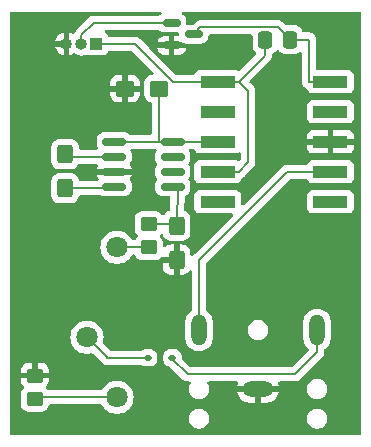
<source format=gbr>
%TF.GenerationSoftware,KiCad,Pcbnew,8.0.4-1.fc40*%
%TF.CreationDate,2024-08-27T20:57:41+02:00*%
%TF.ProjectId,ATU100 Alc interface,41545531-3030-4204-916c-6320696e7465,rev?*%
%TF.SameCoordinates,Original*%
%TF.FileFunction,Copper,L1,Top*%
%TF.FilePolarity,Positive*%
%FSLAX46Y46*%
G04 Gerber Fmt 4.6, Leading zero omitted, Abs format (unit mm)*
G04 Created by KiCad (PCBNEW 8.0.4-1.fc40) date 2024-08-27 20:57:41*
%MOMM*%
%LPD*%
G01*
G04 APERTURE LIST*
G04 Aperture macros list*
%AMRoundRect*
0 Rectangle with rounded corners*
0 $1 Rounding radius*
0 $2 $3 $4 $5 $6 $7 $8 $9 X,Y pos of 4 corners*
0 Add a 4 corners polygon primitive as box body*
4,1,4,$2,$3,$4,$5,$6,$7,$8,$9,$2,$3,0*
0 Add four circle primitives for the rounded corners*
1,1,$1+$1,$2,$3*
1,1,$1+$1,$4,$5*
1,1,$1+$1,$6,$7*
1,1,$1+$1,$8,$9*
0 Add four rect primitives between the rounded corners*
20,1,$1+$1,$2,$3,$4,$5,0*
20,1,$1+$1,$4,$5,$6,$7,0*
20,1,$1+$1,$6,$7,$8,$9,0*
20,1,$1+$1,$8,$9,$2,$3,0*%
G04 Aperture macros list end*
%TA.AperFunction,Conductor*%
%ADD10C,0.200000*%
%TD*%
%TA.AperFunction,SMDPad,CuDef*%
%ADD11RoundRect,0.250000X-0.425000X0.537500X-0.425000X-0.537500X0.425000X-0.537500X0.425000X0.537500X0*%
%TD*%
%TA.AperFunction,SMDPad,CuDef*%
%ADD12RoundRect,0.250000X-0.337500X-0.475000X0.337500X-0.475000X0.337500X0.475000X-0.337500X0.475000X0*%
%TD*%
%TA.AperFunction,SMDPad,CuDef*%
%ADD13RoundRect,0.250000X0.450000X-0.350000X0.450000X0.350000X-0.450000X0.350000X-0.450000X-0.350000X0*%
%TD*%
%TA.AperFunction,SMDPad,CuDef*%
%ADD14RoundRect,0.250000X0.537500X0.425000X-0.537500X0.425000X-0.537500X-0.425000X0.537500X-0.425000X0*%
%TD*%
%TA.AperFunction,SMDPad,CuDef*%
%ADD15RoundRect,0.112500X-0.187500X-0.112500X0.187500X-0.112500X0.187500X0.112500X-0.187500X0.112500X0*%
%TD*%
%TA.AperFunction,ComponentPad*%
%ADD16O,2.616000X1.308000*%
%TD*%
%TA.AperFunction,ComponentPad*%
%ADD17O,1.308000X2.616000*%
%TD*%
%TA.AperFunction,SMDPad,CuDef*%
%ADD18R,3.000000X1.000000*%
%TD*%
%TA.AperFunction,ComponentPad*%
%ADD19R,1.000000X1.000000*%
%TD*%
%TA.AperFunction,ComponentPad*%
%ADD20O,1.000000X1.000000*%
%TD*%
%TA.AperFunction,SMDPad,CuDef*%
%ADD21RoundRect,0.150000X-0.587500X-0.150000X0.587500X-0.150000X0.587500X0.150000X-0.587500X0.150000X0*%
%TD*%
%TA.AperFunction,SMDPad,CuDef*%
%ADD22RoundRect,0.250000X0.425000X-0.537500X0.425000X0.537500X-0.425000X0.537500X-0.425000X-0.537500X0*%
%TD*%
%TA.AperFunction,SMDPad,CuDef*%
%ADD23RoundRect,0.150000X-0.825000X-0.150000X0.825000X-0.150000X0.825000X0.150000X-0.825000X0.150000X0*%
%TD*%
%TA.AperFunction,ComponentPad*%
%ADD24C,1.800000*%
%TD*%
%TA.AperFunction,SMDPad,CuDef*%
%ADD25RoundRect,0.250000X-0.450000X0.350000X-0.450000X-0.350000X0.450000X-0.350000X0.450000X0.350000X0*%
%TD*%
%TA.AperFunction,ViaPad*%
%ADD26C,0.600000*%
%TD*%
G04 APERTURE END LIST*
D10*
%TO.N,Net-(U1-BOOST)*%
X96400000Y-107800000D02*
X100100000Y-107800000D01*
%TO.N,Net-(Q1-D)*%
X107812500Y-99150000D02*
X106162500Y-99150000D01*
%TO.N,Net-(J1-Pin_1)*%
X104050000Y-100500000D02*
X104050000Y-99150000D01*
%TO.N,Net-(Q1-D)*%
X107812500Y-99150000D02*
X107800000Y-102700000D01*
%TO.N,Net-(D1-K)*%
X94100000Y-126100000D02*
X90700000Y-126100000D01*
%TO.N,Net-(U1-VOUT)*%
X96700000Y-111600000D02*
X96650000Y-114750000D01*
%TD*%
D11*
%TO.P,C2,1*%
%TO.N,Net-(U1-CAP+)*%
X87175000Y-108867500D03*
%TO.P,C2,2*%
%TO.N,Net-(U1-CAP-)*%
X87175000Y-111742500D03*
%TD*%
D12*
%TO.P,C1,1*%
%TO.N,Net-(J1-Pin_1)*%
X104125000Y-99150000D03*
%TO.P,C1,2*%
%TO.N,Net-(Q1-D)*%
X106200000Y-99150000D03*
%TD*%
D13*
%TO.P,R1,1*%
%TO.N,Net-(R1-Pad1)*%
X84600000Y-129600000D03*
%TO.P,R1,2*%
%TO.N,GND*%
X84600000Y-127600000D03*
%TD*%
D14*
%TO.P,C3,1*%
%TO.N,Net-(U1-BOOST)*%
X95112500Y-103305000D03*
%TO.P,C3,2*%
%TO.N,GND*%
X92237500Y-103305000D03*
%TD*%
D15*
%TO.P,D1,1,K*%
%TO.N,Net-(D1-K)*%
X94150000Y-126100000D03*
%TO.P,D1,2,A*%
%TO.N,Net-(D1-A)*%
X96250000Y-126100000D03*
%TD*%
D16*
%TO.P,J2,1*%
%TO.N,GND*%
X103500000Y-128750000D03*
D17*
%TO.P,J2,2*%
%TO.N,Net-(D1-A)*%
X108500000Y-123750000D03*
%TO.P,J2,3*%
%TO.N,Net-(J2-Pad3)*%
X98500000Y-123750000D03*
%TD*%
D18*
%TO.P,K1,1*%
%TO.N,Net-(J1-Pin_1)*%
X100070000Y-102720000D03*
%TO.P,K1,2*%
%TO.N,unconnected-(K1-Pad2)*%
X100070000Y-105260000D03*
%TO.P,K1,3*%
%TO.N,Net-(U1-BOOST)*%
X100070000Y-107800000D03*
%TO.P,K1,4*%
%TO.N,Net-(J1-Pin_1)*%
X100070000Y-110340000D03*
%TO.P,K1,5*%
%TO.N,N/C*%
X100070000Y-112880000D03*
%TO.P,K1,6*%
X109630000Y-112880000D03*
%TO.P,K1,7*%
%TO.N,Net-(J2-Pad3)*%
X109630000Y-110340000D03*
%TO.P,K1,8*%
%TO.N,GND*%
X109630000Y-107800000D03*
%TO.P,K1,9*%
%TO.N,unconnected-(K1-Pad9)*%
X109630000Y-105260000D03*
%TO.P,K1,10*%
%TO.N,Net-(Q1-D)*%
X109630000Y-102720000D03*
%TD*%
D19*
%TO.P,J1,1,Pin_1*%
%TO.N,Net-(J1-Pin_1)*%
X89820000Y-99500000D03*
D20*
%TO.P,J1,2,Pin_2*%
%TO.N,Net-(J1-Pin_2)*%
X88550000Y-99500000D03*
%TO.P,J1,3,Pin_3*%
%TO.N,GND*%
X87280000Y-99500000D03*
%TD*%
D21*
%TO.P,Q1,1,G*%
%TO.N,Net-(J1-Pin_2)*%
X96175000Y-97750000D03*
%TO.P,Q1,2,S*%
%TO.N,GND*%
X96175000Y-99650000D03*
%TO.P,Q1,3,D*%
%TO.N,Net-(Q1-D)*%
X98050000Y-98700000D03*
%TD*%
D22*
%TO.P,C4,1*%
%TO.N,GND*%
X96600000Y-117787500D03*
%TO.P,C4,2*%
%TO.N,Net-(U1-VOUT)*%
X96600000Y-114912500D03*
%TD*%
D23*
%TO.P,U1,1,BOOST*%
%TO.N,Net-(U1-BOOST)*%
X91325000Y-107795000D03*
%TO.P,U1,2,CAP+*%
%TO.N,Net-(U1-CAP+)*%
X91325000Y-109065000D03*
%TO.P,U1,3,GND*%
%TO.N,GND*%
X91325000Y-110335000D03*
%TO.P,U1,4,CAP-*%
%TO.N,Net-(U1-CAP-)*%
X91325000Y-111605000D03*
%TO.P,U1,5,VOUT*%
%TO.N,Net-(U1-VOUT)*%
X96275000Y-111605000D03*
%TO.P,U1,6,LV*%
%TO.N,unconnected-(U1-LV-Pad6)*%
X96275000Y-110335000D03*
%TO.P,U1,7,OSC*%
%TO.N,unconnected-(U1-OSC-Pad7)*%
X96275000Y-109065000D03*
%TO.P,U1,8,V+*%
%TO.N,Net-(U1-BOOST)*%
X96275000Y-107795000D03*
%TD*%
D24*
%TO.P,RV1,1,1*%
%TO.N,Net-(R2-Pad2)*%
X91550000Y-116750000D03*
%TO.P,RV1,2,2*%
%TO.N,Net-(D1-K)*%
X89010000Y-124370000D03*
%TO.P,RV1,3,3*%
%TO.N,Net-(R1-Pad1)*%
X91550000Y-129450000D03*
%TD*%
D25*
%TO.P,R2,1*%
%TO.N,Net-(U1-VOUT)*%
X94250000Y-114750000D03*
%TO.P,R2,2*%
%TO.N,Net-(R2-Pad2)*%
X94250000Y-116750000D03*
%TD*%
D26*
%TO.N,GND*%
X86200000Y-132050000D03*
X94950000Y-132100000D03*
X96750000Y-101200000D03*
X110950000Y-132100000D03*
X92650000Y-101200000D03*
%TD*%
D10*
%TO.N,Net-(Q1-D)*%
X105175000Y-98125000D02*
X98625000Y-98125000D01*
X98625000Y-98125000D02*
X98050000Y-98700000D01*
X109630000Y-102720000D02*
X107828000Y-102720000D01*
X106200000Y-99150000D02*
X105175000Y-98125000D01*
%TO.N,Net-(J1-Pin_1)*%
X89820000Y-99500000D02*
X93054744Y-99500000D01*
X104055000Y-100535000D02*
X101870000Y-102720000D01*
X93054744Y-99500000D02*
X96274744Y-102720000D01*
X96274744Y-102720000D02*
X100070000Y-102720000D01*
X101872000Y-110340000D02*
X102673000Y-109538000D01*
X102673000Y-103523000D02*
X102673000Y-109538000D01*
X101870000Y-102720000D02*
X102673000Y-103523000D01*
X100070000Y-110340000D02*
X101872000Y-110340000D01*
X100070000Y-102720000D02*
X101870000Y-102720000D01*
%TO.N,Net-(U1-CAP-)*%
X87175500Y-111743000D02*
X87175000Y-111742500D01*
X91325000Y-111605000D02*
X91187500Y-111743000D01*
X91187500Y-111743000D02*
X87175500Y-111743000D01*
X87175500Y-111743000D02*
X87175000Y-111743000D01*
%TO.N,Net-(U1-CAP+)*%
X87175000Y-108867500D02*
X87175200Y-108867300D01*
X91325000Y-109065000D02*
X87372500Y-109065000D01*
X87372500Y-109065000D02*
X87175200Y-108867300D01*
%TO.N,Net-(U1-BOOST)*%
X95112500Y-107795000D02*
X91325000Y-107795000D01*
X95112500Y-107795000D02*
X95112500Y-103305000D01*
X97215000Y-107795000D02*
X96275000Y-107795000D01*
X95112500Y-107795000D02*
X96275000Y-107795000D01*
%TO.N,Net-(U1-VOUT)*%
X96437500Y-114750000D02*
X96600000Y-114912500D01*
X94250000Y-114750000D02*
X96437500Y-114750000D01*
%TO.N,Net-(J1-Pin_2)*%
X88550000Y-98792894D02*
X89592894Y-97750000D01*
X89592894Y-97750000D02*
X96175000Y-97750000D01*
X88550000Y-99500000D02*
X88550000Y-98792894D01*
%TO.N,Net-(R1-Pad1)*%
X91550000Y-129450000D02*
X84750000Y-129450000D01*
X84750000Y-129450000D02*
X84600000Y-129600000D01*
%TO.N,Net-(R2-Pad2)*%
X91550000Y-116750000D02*
X91450000Y-116650000D01*
X94250000Y-116750000D02*
X91550000Y-116750000D01*
%TO.N,GND*%
X84600000Y-127078000D02*
X84600000Y-127600000D01*
%TO.N,Net-(D1-K)*%
X90763200Y-126123000D02*
X89010000Y-124370000D01*
%TO.N,Net-(D1-A)*%
X108500000Y-125600000D02*
X108500000Y-124650000D01*
X96250000Y-126200000D02*
X97550000Y-127500000D01*
X106600000Y-127500000D02*
X108500000Y-125600000D01*
X96250000Y-126100000D02*
X96250000Y-126200000D01*
X97550000Y-127500000D02*
X106600000Y-127500000D01*
%TO.N,Net-(J2-Pad3)*%
X109630000Y-110340000D02*
X105960000Y-110340000D01*
X98500000Y-123850000D02*
X98500000Y-123650000D01*
X105960000Y-110340000D02*
X98500000Y-117800000D01*
X98500000Y-117800000D02*
X98500000Y-124650000D01*
%TD*%
%TA.AperFunction,Conductor*%
%TO.N,GND*%
G36*
X95275260Y-96820185D02*
G01*
X95321015Y-96872989D01*
X95330959Y-96942147D01*
X95301934Y-97005703D01*
X95271342Y-97031232D01*
X95185638Y-97081916D01*
X95185629Y-97081923D01*
X95154374Y-97113180D01*
X95093052Y-97146666D01*
X95066692Y-97149500D01*
X89679563Y-97149500D01*
X89679547Y-97149499D01*
X89671951Y-97149499D01*
X89513837Y-97149499D01*
X89399291Y-97180192D01*
X89361108Y-97190423D01*
X89350576Y-97196504D01*
X89347763Y-97198129D01*
X89347754Y-97198134D01*
X89347751Y-97198135D01*
X89224184Y-97269475D01*
X89224176Y-97269481D01*
X88069481Y-98424176D01*
X88069479Y-98424179D01*
X88029334Y-98493714D01*
X88029333Y-98493715D01*
X87990423Y-98561108D01*
X87990422Y-98561112D01*
X87987562Y-98571785D01*
X87951196Y-98631444D01*
X87888348Y-98661972D01*
X87818972Y-98653675D01*
X87809335Y-98649046D01*
X87664541Y-98571652D01*
X87530000Y-98530839D01*
X87530000Y-99290382D01*
X87479554Y-99239936D01*
X87405445Y-99197149D01*
X87322787Y-99175000D01*
X87237213Y-99175000D01*
X87154555Y-99197149D01*
X87080446Y-99239936D01*
X87019936Y-99300446D01*
X86977149Y-99374555D01*
X86955000Y-99457213D01*
X86955000Y-99542787D01*
X86977149Y-99625445D01*
X87019936Y-99699554D01*
X87080446Y-99760064D01*
X87154555Y-99802851D01*
X87237213Y-99825000D01*
X87322787Y-99825000D01*
X87405445Y-99802851D01*
X87479554Y-99760064D01*
X87530000Y-99709618D01*
X87530000Y-100469159D01*
X87664534Y-100428349D01*
X87838259Y-100335492D01*
X87843320Y-100332111D01*
X87844444Y-100333793D01*
X87900203Y-100310086D01*
X87969075Y-100321851D01*
X87986186Y-100332843D01*
X87986399Y-100332526D01*
X87991457Y-100335906D01*
X87991462Y-100335910D01*
X88129594Y-100409743D01*
X88163147Y-100427678D01*
X88165273Y-100428814D01*
X88353868Y-100486024D01*
X88550000Y-100505341D01*
X88746132Y-100486024D01*
X88934727Y-100428814D01*
X88936853Y-100427677D01*
X88938095Y-100427418D01*
X88940355Y-100426483D01*
X88940532Y-100426911D01*
X89005254Y-100413435D01*
X89069615Y-100437767D01*
X89077669Y-100443796D01*
X89088445Y-100447815D01*
X89212517Y-100494091D01*
X89212516Y-100494091D01*
X89219444Y-100494835D01*
X89272127Y-100500500D01*
X90367872Y-100500499D01*
X90427483Y-100494091D01*
X90562331Y-100443796D01*
X90677546Y-100357546D01*
X90763796Y-100242331D01*
X90769886Y-100226002D01*
X90786609Y-100181167D01*
X90828480Y-100125233D01*
X90893944Y-100100816D01*
X90902791Y-100100500D01*
X92754647Y-100100500D01*
X92821686Y-100120185D01*
X92842328Y-100136819D01*
X94623328Y-101917819D01*
X94656813Y-101979142D01*
X94651829Y-102048834D01*
X94609957Y-102104767D01*
X94544493Y-102129184D01*
X94535656Y-102129500D01*
X94525003Y-102129500D01*
X94524980Y-102129501D01*
X94422203Y-102140000D01*
X94422200Y-102140001D01*
X94255668Y-102195185D01*
X94255663Y-102195187D01*
X94106342Y-102287289D01*
X93982289Y-102411342D01*
X93890187Y-102560663D01*
X93890185Y-102560668D01*
X93862349Y-102644670D01*
X93835001Y-102727203D01*
X93835001Y-102727204D01*
X93835000Y-102727204D01*
X93824500Y-102829983D01*
X93824500Y-103780001D01*
X93824501Y-103780019D01*
X93835000Y-103882796D01*
X93835001Y-103882799D01*
X93890115Y-104049119D01*
X93890186Y-104049334D01*
X93982288Y-104198656D01*
X94106344Y-104322712D01*
X94255666Y-104414814D01*
X94403924Y-104463941D01*
X94427004Y-104471590D01*
X94484449Y-104511363D01*
X94511272Y-104575879D01*
X94512000Y-104589296D01*
X94512000Y-107070500D01*
X94492315Y-107137539D01*
X94439511Y-107183294D01*
X94388000Y-107194500D01*
X92670808Y-107194500D01*
X92603769Y-107174815D01*
X92583126Y-107158180D01*
X92551870Y-107126923D01*
X92551862Y-107126917D01*
X92435170Y-107057906D01*
X92410398Y-107043256D01*
X92410397Y-107043255D01*
X92410396Y-107043255D01*
X92410393Y-107043254D01*
X92252573Y-106997402D01*
X92252567Y-106997401D01*
X92215701Y-106994500D01*
X92215694Y-106994500D01*
X90434306Y-106994500D01*
X90434298Y-106994500D01*
X90397432Y-106997401D01*
X90397426Y-106997402D01*
X90239606Y-107043254D01*
X90239603Y-107043255D01*
X90098137Y-107126917D01*
X90098129Y-107126923D01*
X89981923Y-107243129D01*
X89981917Y-107243137D01*
X89898255Y-107384603D01*
X89898254Y-107384606D01*
X89852402Y-107542426D01*
X89852401Y-107542432D01*
X89849500Y-107579298D01*
X89849500Y-108010701D01*
X89852401Y-108047567D01*
X89852402Y-108047573D01*
X89898254Y-108205393D01*
X89898257Y-108205400D01*
X89940825Y-108277380D01*
X89958008Y-108345104D01*
X89935848Y-108411366D01*
X89881381Y-108455129D01*
X89834093Y-108464500D01*
X88474499Y-108464500D01*
X88407460Y-108444815D01*
X88361705Y-108392011D01*
X88350499Y-108340500D01*
X88350499Y-108279998D01*
X88350498Y-108279981D01*
X88339999Y-108177203D01*
X88339998Y-108177200D01*
X88297848Y-108050000D01*
X88284814Y-108010666D01*
X88192712Y-107861344D01*
X88068656Y-107737288D01*
X87919334Y-107645186D01*
X87752797Y-107590001D01*
X87752795Y-107590000D01*
X87650010Y-107579500D01*
X86699998Y-107579500D01*
X86699980Y-107579501D01*
X86597203Y-107590000D01*
X86597200Y-107590001D01*
X86430668Y-107645185D01*
X86430663Y-107645187D01*
X86281342Y-107737289D01*
X86157289Y-107861342D01*
X86065187Y-108010663D01*
X86065185Y-108010668D01*
X86052956Y-108047573D01*
X86010001Y-108177203D01*
X86010001Y-108177204D01*
X86010000Y-108177204D01*
X85999500Y-108279983D01*
X85999500Y-109455001D01*
X85999501Y-109455018D01*
X86010000Y-109557796D01*
X86010001Y-109557799D01*
X86065185Y-109724331D01*
X86065187Y-109724336D01*
X86070233Y-109732517D01*
X86157288Y-109873656D01*
X86281344Y-109997712D01*
X86430666Y-110089814D01*
X86597203Y-110144999D01*
X86699991Y-110155500D01*
X87650008Y-110155499D01*
X87650016Y-110155498D01*
X87650019Y-110155498D01*
X87706302Y-110149748D01*
X87752797Y-110144999D01*
X87919334Y-110089814D01*
X88068656Y-109997712D01*
X88192712Y-109873656D01*
X88284771Y-109724402D01*
X88336719Y-109677679D01*
X88390310Y-109665500D01*
X89834674Y-109665500D01*
X89901713Y-109685185D01*
X89947468Y-109737989D01*
X89957412Y-109807147D01*
X89941406Y-109852621D01*
X89898718Y-109924801D01*
X89852899Y-110082513D01*
X89852704Y-110084998D01*
X89852705Y-110085000D01*
X92797295Y-110085000D01*
X92797295Y-110084998D01*
X92797100Y-110082513D01*
X92751281Y-109924801D01*
X92667685Y-109783447D01*
X92662900Y-109777278D01*
X92665366Y-109775364D01*
X92638802Y-109726776D01*
X92643749Y-109657082D01*
X92664856Y-109624232D01*
X92663301Y-109623026D01*
X92668077Y-109616868D01*
X92668081Y-109616865D01*
X92751744Y-109475398D01*
X92797598Y-109317569D01*
X92800500Y-109280694D01*
X92800500Y-108849306D01*
X92797598Y-108812431D01*
X92794131Y-108800499D01*
X92757110Y-108673071D01*
X92751744Y-108654602D01*
X92742871Y-108639598D01*
X92709175Y-108582620D01*
X92691992Y-108514896D01*
X92714152Y-108448634D01*
X92768619Y-108404871D01*
X92815907Y-108395500D01*
X94784093Y-108395500D01*
X94851132Y-108415185D01*
X94896887Y-108467989D01*
X94906831Y-108537147D01*
X94890825Y-108582620D01*
X94848257Y-108654599D01*
X94848254Y-108654606D01*
X94802402Y-108812426D01*
X94802401Y-108812432D01*
X94799500Y-108849298D01*
X94799500Y-109280701D01*
X94802401Y-109317567D01*
X94802402Y-109317573D01*
X94848254Y-109475393D01*
X94848255Y-109475396D01*
X94848256Y-109475398D01*
X94884925Y-109537402D01*
X94931917Y-109616862D01*
X94936702Y-109623031D01*
X94934256Y-109624927D01*
X94960857Y-109673642D01*
X94955873Y-109743334D01*
X94935069Y-109775703D01*
X94936702Y-109776969D01*
X94931917Y-109783137D01*
X94848255Y-109924603D01*
X94848254Y-109924606D01*
X94802402Y-110082426D01*
X94802401Y-110082432D01*
X94799500Y-110119298D01*
X94799500Y-110550701D01*
X94802401Y-110587567D01*
X94802402Y-110587573D01*
X94848254Y-110745393D01*
X94848255Y-110745396D01*
X94848256Y-110745398D01*
X94859833Y-110764974D01*
X94931917Y-110886862D01*
X94936702Y-110893031D01*
X94934256Y-110894927D01*
X94960857Y-110943642D01*
X94955873Y-111013334D01*
X94935069Y-111045703D01*
X94936702Y-111046969D01*
X94931917Y-111053137D01*
X94848255Y-111194603D01*
X94848254Y-111194606D01*
X94802402Y-111352426D01*
X94802401Y-111352432D01*
X94799500Y-111389298D01*
X94799500Y-111820701D01*
X94802401Y-111857567D01*
X94802402Y-111857573D01*
X94848254Y-112015393D01*
X94848255Y-112015396D01*
X94848256Y-112015398D01*
X94885681Y-112078681D01*
X94931917Y-112156862D01*
X94931923Y-112156870D01*
X95048129Y-112273076D01*
X95048133Y-112273079D01*
X95048135Y-112273081D01*
X95189602Y-112356744D01*
X95231224Y-112368836D01*
X95347426Y-112402597D01*
X95347429Y-112402597D01*
X95347431Y-112402598D01*
X95384306Y-112405500D01*
X95960654Y-112405500D01*
X96027693Y-112425185D01*
X96073448Y-112477989D01*
X96084638Y-112531468D01*
X96068757Y-113531996D01*
X96048011Y-113598715D01*
X95994488Y-113643626D01*
X95983777Y-113647734D01*
X95855668Y-113690185D01*
X95855663Y-113690187D01*
X95706342Y-113782289D01*
X95582287Y-113906344D01*
X95535327Y-113982478D01*
X95483379Y-114029202D01*
X95414416Y-114040423D01*
X95350334Y-114012579D01*
X95324250Y-113982476D01*
X95292712Y-113931344D01*
X95168657Y-113807289D01*
X95168656Y-113807288D01*
X95019334Y-113715186D01*
X94852797Y-113660001D01*
X94852795Y-113660000D01*
X94750010Y-113649500D01*
X93749998Y-113649500D01*
X93749980Y-113649501D01*
X93647203Y-113660000D01*
X93647200Y-113660001D01*
X93480668Y-113715185D01*
X93480663Y-113715187D01*
X93331342Y-113807289D01*
X93207289Y-113931342D01*
X93115187Y-114080663D01*
X93115185Y-114080668D01*
X93092377Y-114149500D01*
X93060001Y-114247203D01*
X93060001Y-114247204D01*
X93060000Y-114247204D01*
X93049500Y-114349983D01*
X93049500Y-115150001D01*
X93049501Y-115150019D01*
X93060000Y-115252796D01*
X93060001Y-115252799D01*
X93104704Y-115387702D01*
X93115186Y-115419334D01*
X93164946Y-115500009D01*
X93207289Y-115568657D01*
X93300951Y-115662319D01*
X93334436Y-115723642D01*
X93329452Y-115793334D01*
X93300951Y-115837681D01*
X93207289Y-115931342D01*
X93207288Y-115931344D01*
X93138598Y-116042710D01*
X93111395Y-116086813D01*
X93109600Y-116085706D01*
X93070313Y-116130337D01*
X93004092Y-116149500D01*
X92896801Y-116149500D01*
X92829762Y-116129815D01*
X92787747Y-116084519D01*
X92785924Y-116081151D01*
X92658983Y-115886852D01*
X92658980Y-115886849D01*
X92658979Y-115886847D01*
X92501784Y-115716087D01*
X92501779Y-115716083D01*
X92501777Y-115716081D01*
X92318634Y-115573535D01*
X92318628Y-115573531D01*
X92114504Y-115463064D01*
X92114495Y-115463061D01*
X91894984Y-115387702D01*
X91723282Y-115359050D01*
X91666049Y-115349500D01*
X91433951Y-115349500D01*
X91388164Y-115357140D01*
X91205015Y-115387702D01*
X90985504Y-115463061D01*
X90985495Y-115463064D01*
X90781371Y-115573531D01*
X90781365Y-115573535D01*
X90598222Y-115716081D01*
X90598219Y-115716084D01*
X90441016Y-115886852D01*
X90314075Y-116081151D01*
X90220842Y-116293699D01*
X90163866Y-116518691D01*
X90163864Y-116518702D01*
X90144700Y-116749993D01*
X90144700Y-116750006D01*
X90163864Y-116981297D01*
X90163866Y-116981308D01*
X90220842Y-117206300D01*
X90314075Y-117418848D01*
X90441016Y-117613147D01*
X90441019Y-117613151D01*
X90441021Y-117613153D01*
X90598216Y-117783913D01*
X90598219Y-117783915D01*
X90598222Y-117783918D01*
X90781365Y-117926464D01*
X90781371Y-117926468D01*
X90781374Y-117926470D01*
X90985497Y-118036936D01*
X91099487Y-118076068D01*
X91205015Y-118112297D01*
X91205017Y-118112297D01*
X91205019Y-118112298D01*
X91433951Y-118150500D01*
X91433952Y-118150500D01*
X91666048Y-118150500D01*
X91666049Y-118150500D01*
X91894981Y-118112298D01*
X92114503Y-118036936D01*
X92318626Y-117926470D01*
X92501784Y-117783913D01*
X92658979Y-117613153D01*
X92785924Y-117418849D01*
X92785926Y-117418843D01*
X92787747Y-117415481D01*
X92836967Y-117365891D01*
X92896801Y-117350500D01*
X93004092Y-117350500D01*
X93071131Y-117370185D01*
X93109636Y-117414271D01*
X93111395Y-117413187D01*
X93115185Y-117419332D01*
X93115186Y-117419334D01*
X93207288Y-117568656D01*
X93331344Y-117692712D01*
X93480666Y-117784814D01*
X93647203Y-117839999D01*
X93749991Y-117850500D01*
X94750008Y-117850499D01*
X94750016Y-117850498D01*
X94750019Y-117850498D01*
X94806302Y-117844748D01*
X94852797Y-117839999D01*
X95019334Y-117784814D01*
X95168656Y-117692712D01*
X95287549Y-117573819D01*
X95348872Y-117540334D01*
X95375230Y-117537500D01*
X96350000Y-117537500D01*
X96350000Y-116500000D01*
X96850000Y-116500000D01*
X96850000Y-119074999D01*
X97074972Y-119074999D01*
X97074986Y-119074998D01*
X97177697Y-119064505D01*
X97344119Y-119009358D01*
X97344124Y-119009356D01*
X97493345Y-118917315D01*
X97617317Y-118793343D01*
X97669961Y-118707994D01*
X97721909Y-118661269D01*
X97790871Y-118650046D01*
X97854954Y-118677890D01*
X97893810Y-118735958D01*
X97899500Y-118773090D01*
X97899500Y-122042067D01*
X97879815Y-122109106D01*
X97848386Y-122142385D01*
X97747892Y-122215398D01*
X97619399Y-122343891D01*
X97619399Y-122343892D01*
X97619397Y-122343894D01*
X97573525Y-122407030D01*
X97512583Y-122490909D01*
X97430083Y-122652825D01*
X97430081Y-122652828D01*
X97373928Y-122825649D01*
X97373928Y-122825652D01*
X97373928Y-122825654D01*
X97345500Y-123005139D01*
X97345500Y-124494861D01*
X97346901Y-124503704D01*
X97373928Y-124674347D01*
X97373928Y-124674350D01*
X97430081Y-124847171D01*
X97430083Y-124847174D01*
X97512583Y-125009090D01*
X97619397Y-125156106D01*
X97747894Y-125284603D01*
X97894910Y-125391417D01*
X98056826Y-125473917D01*
X98056828Y-125473918D01*
X98201542Y-125520938D01*
X98229654Y-125530072D01*
X98409139Y-125558500D01*
X98409140Y-125558500D01*
X98590860Y-125558500D01*
X98590861Y-125558500D01*
X98770346Y-125530072D01*
X98770349Y-125530071D01*
X98770350Y-125530071D01*
X98943171Y-125473918D01*
X98943171Y-125473917D01*
X98943174Y-125473917D01*
X99105090Y-125391417D01*
X99252106Y-125284603D01*
X99380603Y-125156106D01*
X99487417Y-125009090D01*
X99569917Y-124847174D01*
X99576699Y-124826300D01*
X99626071Y-124674350D01*
X99626071Y-124674349D01*
X99626072Y-124674346D01*
X99654500Y-124494861D01*
X99654500Y-123666228D01*
X102649500Y-123666228D01*
X102649500Y-123833771D01*
X102682182Y-123998074D01*
X102682184Y-123998082D01*
X102746295Y-124152860D01*
X102839373Y-124292162D01*
X102957837Y-124410626D01*
X103050494Y-124472537D01*
X103097137Y-124503703D01*
X103251918Y-124567816D01*
X103416228Y-124600499D01*
X103416232Y-124600500D01*
X103416233Y-124600500D01*
X103583768Y-124600500D01*
X103583769Y-124600499D01*
X103748082Y-124567816D01*
X103902863Y-124503703D01*
X104042162Y-124410626D01*
X104160626Y-124292162D01*
X104253703Y-124152863D01*
X104317816Y-123998082D01*
X104350500Y-123833767D01*
X104350500Y-123666233D01*
X104317816Y-123501918D01*
X104253703Y-123347137D01*
X104222537Y-123300494D01*
X104160626Y-123207837D01*
X104042162Y-123089373D01*
X103902860Y-122996295D01*
X103748082Y-122932184D01*
X103748074Y-122932182D01*
X103583771Y-122899500D01*
X103583767Y-122899500D01*
X103416233Y-122899500D01*
X103416228Y-122899500D01*
X103251925Y-122932182D01*
X103251917Y-122932184D01*
X103097139Y-122996295D01*
X102957837Y-123089373D01*
X102839373Y-123207837D01*
X102746295Y-123347139D01*
X102682184Y-123501917D01*
X102682182Y-123501925D01*
X102649500Y-123666228D01*
X99654500Y-123666228D01*
X99654500Y-123005139D01*
X99626072Y-122825654D01*
X99626071Y-122825650D01*
X99626071Y-122825649D01*
X99569918Y-122652828D01*
X99569916Y-122652825D01*
X99487416Y-122490909D01*
X99380603Y-122343894D01*
X99252106Y-122215397D01*
X99151613Y-122142384D01*
X99108949Y-122087054D01*
X99100500Y-122042067D01*
X99100500Y-118100097D01*
X99120185Y-118033058D01*
X99136819Y-118012416D01*
X104817100Y-112332135D01*
X107629500Y-112332135D01*
X107629500Y-113427870D01*
X107629501Y-113427876D01*
X107635908Y-113487483D01*
X107686202Y-113622328D01*
X107686206Y-113622335D01*
X107772452Y-113737544D01*
X107772455Y-113737547D01*
X107887664Y-113823793D01*
X107887671Y-113823797D01*
X108022517Y-113874091D01*
X108022516Y-113874091D01*
X108029444Y-113874835D01*
X108082127Y-113880500D01*
X111177872Y-113880499D01*
X111237483Y-113874091D01*
X111372331Y-113823796D01*
X111487546Y-113737546D01*
X111573796Y-113622331D01*
X111624091Y-113487483D01*
X111630500Y-113427873D01*
X111630499Y-112332128D01*
X111624091Y-112272517D01*
X111573796Y-112137669D01*
X111573795Y-112137668D01*
X111573793Y-112137664D01*
X111487547Y-112022455D01*
X111487544Y-112022452D01*
X111372335Y-111936206D01*
X111372328Y-111936202D01*
X111237482Y-111885908D01*
X111237483Y-111885908D01*
X111177883Y-111879501D01*
X111177881Y-111879500D01*
X111177873Y-111879500D01*
X111177864Y-111879500D01*
X108082129Y-111879500D01*
X108082123Y-111879501D01*
X108022516Y-111885908D01*
X107887671Y-111936202D01*
X107887664Y-111936206D01*
X107772455Y-112022452D01*
X107772452Y-112022455D01*
X107686206Y-112137664D01*
X107686202Y-112137671D01*
X107635908Y-112272517D01*
X107629728Y-112330008D01*
X107629501Y-112332123D01*
X107629500Y-112332135D01*
X104817100Y-112332135D01*
X106172416Y-110976819D01*
X106233739Y-110943334D01*
X106260097Y-110940500D01*
X107547209Y-110940500D01*
X107614248Y-110960185D01*
X107660003Y-111012989D01*
X107663391Y-111021167D01*
X107686202Y-111082328D01*
X107686206Y-111082335D01*
X107772452Y-111197544D01*
X107772455Y-111197547D01*
X107887664Y-111283793D01*
X107887671Y-111283797D01*
X108022517Y-111334091D01*
X108022516Y-111334091D01*
X108029444Y-111334835D01*
X108082127Y-111340500D01*
X111177872Y-111340499D01*
X111237483Y-111334091D01*
X111372331Y-111283796D01*
X111487546Y-111197546D01*
X111573796Y-111082331D01*
X111624091Y-110947483D01*
X111630500Y-110887873D01*
X111630499Y-109792128D01*
X111624091Y-109732517D01*
X111621817Y-109726421D01*
X111573797Y-109597671D01*
X111573793Y-109597664D01*
X111487547Y-109482455D01*
X111487544Y-109482452D01*
X111372335Y-109396206D01*
X111372328Y-109396202D01*
X111237482Y-109345908D01*
X111237483Y-109345908D01*
X111177883Y-109339501D01*
X111177881Y-109339500D01*
X111177873Y-109339500D01*
X111177864Y-109339500D01*
X108082129Y-109339500D01*
X108082123Y-109339501D01*
X108022516Y-109345908D01*
X107887671Y-109396202D01*
X107887664Y-109396206D01*
X107772455Y-109482452D01*
X107772452Y-109482455D01*
X107686206Y-109597664D01*
X107686202Y-109597671D01*
X107663391Y-109658833D01*
X107621520Y-109714767D01*
X107556056Y-109739184D01*
X107547209Y-109739500D01*
X105880943Y-109739500D01*
X105728214Y-109780423D01*
X105707944Y-109792127D01*
X105707941Y-109792128D01*
X105591290Y-109859475D01*
X105591282Y-109859481D01*
X102282180Y-113168584D01*
X102220857Y-113202069D01*
X102151165Y-113197085D01*
X102095232Y-113155213D01*
X102070815Y-113089749D01*
X102070499Y-113080903D01*
X102070499Y-112332129D01*
X102070498Y-112332123D01*
X102070497Y-112332116D01*
X102064091Y-112272517D01*
X102013796Y-112137669D01*
X102013795Y-112137668D01*
X102013793Y-112137664D01*
X101927547Y-112022455D01*
X101927544Y-112022452D01*
X101812335Y-111936206D01*
X101812328Y-111936202D01*
X101677482Y-111885908D01*
X101677483Y-111885908D01*
X101617883Y-111879501D01*
X101617881Y-111879500D01*
X101617873Y-111879500D01*
X101617864Y-111879500D01*
X98522129Y-111879500D01*
X98522123Y-111879501D01*
X98462516Y-111885908D01*
X98327671Y-111936202D01*
X98327664Y-111936206D01*
X98212455Y-112022452D01*
X98212452Y-112022455D01*
X98126206Y-112137664D01*
X98126202Y-112137671D01*
X98075908Y-112272517D01*
X98069728Y-112330008D01*
X98069501Y-112332123D01*
X98069500Y-112332135D01*
X98069500Y-113427870D01*
X98069501Y-113427876D01*
X98075908Y-113487483D01*
X98126202Y-113622328D01*
X98126206Y-113622335D01*
X98212452Y-113737544D01*
X98212455Y-113737547D01*
X98327664Y-113823793D01*
X98327671Y-113823797D01*
X98462517Y-113874091D01*
X98462516Y-113874091D01*
X98469444Y-113874835D01*
X98522127Y-113880500D01*
X101270902Y-113880499D01*
X101337941Y-113900184D01*
X101383696Y-113952987D01*
X101393640Y-114022146D01*
X101364615Y-114085702D01*
X101358583Y-114092180D01*
X98131286Y-117319478D01*
X98019481Y-117431282D01*
X98019475Y-117431290D01*
X98006385Y-117453963D01*
X97955818Y-117502178D01*
X97887211Y-117515400D01*
X97822346Y-117489432D01*
X97781818Y-117432517D01*
X97774999Y-117391962D01*
X97774999Y-117200028D01*
X97774998Y-117200012D01*
X97764505Y-117097302D01*
X97709358Y-116930880D01*
X97709356Y-116930875D01*
X97617315Y-116781654D01*
X97493345Y-116657684D01*
X97344124Y-116565643D01*
X97344119Y-116565641D01*
X97177697Y-116510494D01*
X97177690Y-116510493D01*
X97074986Y-116500000D01*
X96850000Y-116500000D01*
X96350000Y-116500000D01*
X96125029Y-116500000D01*
X96125012Y-116500001D01*
X96022302Y-116510494D01*
X95855880Y-116565641D01*
X95855875Y-116565643D01*
X95706654Y-116657684D01*
X95662180Y-116702159D01*
X95600857Y-116735644D01*
X95531165Y-116730660D01*
X95475232Y-116688788D01*
X95450815Y-116623324D01*
X95450499Y-116614478D01*
X95450499Y-116349998D01*
X95450498Y-116349981D01*
X95439999Y-116247203D01*
X95439998Y-116247200D01*
X95407623Y-116149500D01*
X95384814Y-116080666D01*
X95292712Y-115931344D01*
X95199049Y-115837681D01*
X95165564Y-115776358D01*
X95170548Y-115706666D01*
X95199048Y-115662320D01*
X95200261Y-115661107D01*
X95248937Y-115612430D01*
X95310258Y-115578946D01*
X95379949Y-115583930D01*
X95435883Y-115625801D01*
X95454323Y-115661107D01*
X95490186Y-115769334D01*
X95582288Y-115918656D01*
X95706344Y-116042712D01*
X95855666Y-116134814D01*
X96022203Y-116189999D01*
X96124991Y-116200500D01*
X97075008Y-116200499D01*
X97075016Y-116200498D01*
X97075019Y-116200498D01*
X97131302Y-116194748D01*
X97177797Y-116189999D01*
X97344334Y-116134814D01*
X97493656Y-116042712D01*
X97617712Y-115918656D01*
X97709814Y-115769334D01*
X97764999Y-115602797D01*
X97775500Y-115500009D01*
X97775499Y-114324992D01*
X97764999Y-114222203D01*
X97709814Y-114055666D01*
X97617712Y-113906344D01*
X97493656Y-113782288D01*
X97344334Y-113690186D01*
X97344332Y-113690185D01*
X97344330Y-113690184D01*
X97340817Y-113688546D01*
X97338811Y-113686780D01*
X97338187Y-113686395D01*
X97338252Y-113686288D01*
X97288378Y-113642374D01*
X97269226Y-113575180D01*
X97269236Y-113574358D01*
X97286796Y-112468083D01*
X97307542Y-112401366D01*
X97354447Y-112362007D01*
X97353683Y-112360715D01*
X97360398Y-112356744D01*
X97501865Y-112273081D01*
X97618081Y-112156865D01*
X97701744Y-112015398D01*
X97747598Y-111857569D01*
X97750500Y-111820694D01*
X97750500Y-111389306D01*
X97747598Y-111352431D01*
X97744131Y-111340499D01*
X97713836Y-111236224D01*
X97701744Y-111194602D01*
X97618081Y-111053135D01*
X97618078Y-111053132D01*
X97613298Y-111046969D01*
X97615750Y-111045066D01*
X97589155Y-110996421D01*
X97594104Y-110926726D01*
X97614940Y-110894304D01*
X97613298Y-110893031D01*
X97618075Y-110886870D01*
X97618081Y-110886865D01*
X97701744Y-110745398D01*
X97747598Y-110587569D01*
X97750500Y-110550694D01*
X97750500Y-110119306D01*
X97747598Y-110082431D01*
X97701744Y-109924602D01*
X97618081Y-109783135D01*
X97618078Y-109783132D01*
X97613298Y-109776969D01*
X97615750Y-109775066D01*
X97589155Y-109726421D01*
X97594104Y-109656726D01*
X97614940Y-109624304D01*
X97613298Y-109623031D01*
X97618075Y-109616870D01*
X97618081Y-109616865D01*
X97701744Y-109475398D01*
X97747598Y-109317569D01*
X97750500Y-109280694D01*
X97750500Y-108849306D01*
X97747598Y-108812431D01*
X97744131Y-108800499D01*
X97707110Y-108673071D01*
X97701744Y-108654602D01*
X97693641Y-108640901D01*
X97662132Y-108587620D01*
X97644949Y-108519896D01*
X97667109Y-108453634D01*
X97721576Y-108409871D01*
X97768864Y-108400500D01*
X97987209Y-108400500D01*
X98054248Y-108420185D01*
X98100003Y-108472989D01*
X98103391Y-108481167D01*
X98126202Y-108542328D01*
X98126206Y-108542335D01*
X98212452Y-108657544D01*
X98212455Y-108657547D01*
X98327664Y-108743793D01*
X98327671Y-108743797D01*
X98462517Y-108794091D01*
X98462516Y-108794091D01*
X98469444Y-108794835D01*
X98522127Y-108800500D01*
X101617872Y-108800499D01*
X101677483Y-108794091D01*
X101812331Y-108743796D01*
X101874190Y-108697488D01*
X101939652Y-108673071D01*
X102007925Y-108687922D01*
X102057331Y-108737326D01*
X102072500Y-108796755D01*
X102072500Y-109238166D01*
X102052815Y-109305205D01*
X102036235Y-109325793D01*
X101976185Y-109385917D01*
X101914883Y-109419440D01*
X101845188Y-109414498D01*
X101814143Y-109397559D01*
X101812337Y-109396207D01*
X101812328Y-109396202D01*
X101677482Y-109345908D01*
X101677483Y-109345908D01*
X101617883Y-109339501D01*
X101617881Y-109339500D01*
X101617873Y-109339500D01*
X101617864Y-109339500D01*
X98522129Y-109339500D01*
X98522123Y-109339501D01*
X98462516Y-109345908D01*
X98327671Y-109396202D01*
X98327664Y-109396206D01*
X98212455Y-109482452D01*
X98212452Y-109482455D01*
X98126206Y-109597664D01*
X98126202Y-109597671D01*
X98075908Y-109732517D01*
X98069501Y-109792116D01*
X98069500Y-109792127D01*
X98069500Y-110887870D01*
X98069501Y-110887876D01*
X98075908Y-110947483D01*
X98126202Y-111082328D01*
X98126206Y-111082335D01*
X98212452Y-111197544D01*
X98212455Y-111197547D01*
X98327664Y-111283793D01*
X98327671Y-111283797D01*
X98462517Y-111334091D01*
X98462516Y-111334091D01*
X98469444Y-111334835D01*
X98522127Y-111340500D01*
X101617872Y-111340499D01*
X101677483Y-111334091D01*
X101812331Y-111283796D01*
X101927546Y-111197546D01*
X102013796Y-111082331D01*
X102014061Y-111081622D01*
X102053149Y-110976819D01*
X102060368Y-110957463D01*
X102102238Y-110901530D01*
X102114467Y-110893457D01*
X102172142Y-110860110D01*
X102240716Y-110820520D01*
X102240722Y-110820513D01*
X102240898Y-110820379D01*
X102241008Y-110820293D01*
X102241016Y-110820289D01*
X102296260Y-110764975D01*
X102296261Y-110764974D01*
X102296272Y-110764985D01*
X102296315Y-110764919D01*
X102352520Y-110708716D01*
X102352520Y-110708715D01*
X102357947Y-110703289D01*
X102358500Y-110702657D01*
X103096903Y-109963332D01*
X103153520Y-109906716D01*
X103153523Y-109906709D01*
X103153566Y-109906655D01*
X103153746Y-109906418D01*
X103153749Y-109906416D01*
X103192802Y-109838674D01*
X103192861Y-109838618D01*
X103192842Y-109838607D01*
X103219683Y-109792116D01*
X103232577Y-109769784D01*
X103232579Y-109769775D01*
X103232621Y-109769675D01*
X103232715Y-109769444D01*
X103232721Y-109769436D01*
X103253043Y-109693403D01*
X103273500Y-109617057D01*
X103273500Y-109617041D01*
X103273544Y-109616698D01*
X103273549Y-109616683D01*
X103273500Y-109537402D01*
X103273500Y-108347844D01*
X107630000Y-108347844D01*
X107636401Y-108407372D01*
X107636403Y-108407379D01*
X107686645Y-108542086D01*
X107686649Y-108542093D01*
X107772809Y-108657187D01*
X107772812Y-108657190D01*
X107887906Y-108743350D01*
X107887913Y-108743354D01*
X108022620Y-108793596D01*
X108022627Y-108793598D01*
X108082155Y-108799999D01*
X108082172Y-108800000D01*
X109380000Y-108800000D01*
X109880000Y-108800000D01*
X111177828Y-108800000D01*
X111177844Y-108799999D01*
X111237372Y-108793598D01*
X111237379Y-108793596D01*
X111372086Y-108743354D01*
X111372093Y-108743350D01*
X111487187Y-108657190D01*
X111487190Y-108657187D01*
X111573350Y-108542093D01*
X111573354Y-108542086D01*
X111623596Y-108407379D01*
X111623598Y-108407372D01*
X111629999Y-108347844D01*
X111630000Y-108347827D01*
X111630000Y-108050000D01*
X109880000Y-108050000D01*
X109880000Y-108800000D01*
X109380000Y-108800000D01*
X109380000Y-108050000D01*
X107630000Y-108050000D01*
X107630000Y-108347844D01*
X103273500Y-108347844D01*
X103273500Y-107252155D01*
X107630000Y-107252155D01*
X107630000Y-107550000D01*
X109380000Y-107550000D01*
X109880000Y-107550000D01*
X111630000Y-107550000D01*
X111630000Y-107252172D01*
X111629999Y-107252155D01*
X111623598Y-107192627D01*
X111623596Y-107192620D01*
X111573354Y-107057913D01*
X111573350Y-107057906D01*
X111487190Y-106942812D01*
X111487187Y-106942809D01*
X111372093Y-106856649D01*
X111372086Y-106856645D01*
X111237379Y-106806403D01*
X111237372Y-106806401D01*
X111177844Y-106800000D01*
X109880000Y-106800000D01*
X109880000Y-107550000D01*
X109380000Y-107550000D01*
X109380000Y-106800000D01*
X108082155Y-106800000D01*
X108022627Y-106806401D01*
X108022620Y-106806403D01*
X107887913Y-106856645D01*
X107887906Y-106856649D01*
X107772812Y-106942809D01*
X107772809Y-106942812D01*
X107686649Y-107057906D01*
X107686645Y-107057913D01*
X107636403Y-107192620D01*
X107636401Y-107192627D01*
X107630000Y-107252155D01*
X103273500Y-107252155D01*
X103273500Y-104712135D01*
X107629500Y-104712135D01*
X107629500Y-105807870D01*
X107629501Y-105807876D01*
X107635908Y-105867483D01*
X107686202Y-106002328D01*
X107686206Y-106002335D01*
X107772452Y-106117544D01*
X107772455Y-106117547D01*
X107887664Y-106203793D01*
X107887671Y-106203797D01*
X108022517Y-106254091D01*
X108022516Y-106254091D01*
X108029444Y-106254835D01*
X108082127Y-106260500D01*
X111177872Y-106260499D01*
X111237483Y-106254091D01*
X111372331Y-106203796D01*
X111487546Y-106117546D01*
X111573796Y-106002331D01*
X111624091Y-105867483D01*
X111630500Y-105807873D01*
X111630499Y-104712128D01*
X111624091Y-104652517D01*
X111573796Y-104517669D01*
X111573795Y-104517668D01*
X111573793Y-104517664D01*
X111487547Y-104402455D01*
X111487544Y-104402452D01*
X111372335Y-104316206D01*
X111372328Y-104316202D01*
X111237482Y-104265908D01*
X111237483Y-104265908D01*
X111177883Y-104259501D01*
X111177881Y-104259500D01*
X111177873Y-104259500D01*
X111177864Y-104259500D01*
X108082129Y-104259500D01*
X108082123Y-104259501D01*
X108022516Y-104265908D01*
X107887671Y-104316202D01*
X107887664Y-104316206D01*
X107772455Y-104402452D01*
X107772452Y-104402455D01*
X107686206Y-104517664D01*
X107686202Y-104517671D01*
X107635908Y-104652517D01*
X107629501Y-104712116D01*
X107629501Y-104712123D01*
X107629500Y-104712135D01*
X103273500Y-104712135D01*
X103273500Y-103443943D01*
X103232577Y-103291216D01*
X103180214Y-103200520D01*
X103153524Y-103154290D01*
X103153521Y-103154286D01*
X103153520Y-103154284D01*
X103041716Y-103042480D01*
X103041715Y-103042479D01*
X103037385Y-103038149D01*
X103037374Y-103038139D01*
X102806916Y-102807681D01*
X102773431Y-102746358D01*
X102778415Y-102676666D01*
X102806916Y-102632319D01*
X103597860Y-101841375D01*
X104535520Y-100903716D01*
X104614577Y-100766784D01*
X104655501Y-100614057D01*
X104655501Y-100455942D01*
X104655501Y-100447815D01*
X104657270Y-100447815D01*
X104666489Y-100388655D01*
X104712863Y-100336394D01*
X104739663Y-100323787D01*
X104781834Y-100309814D01*
X104931156Y-100217712D01*
X105055212Y-100093656D01*
X105056961Y-100090819D01*
X105058669Y-100089283D01*
X105059693Y-100087989D01*
X105059914Y-100088163D01*
X105108906Y-100044096D01*
X105177868Y-100032872D01*
X105241951Y-100060713D01*
X105268037Y-100090817D01*
X105269788Y-100093656D01*
X105393844Y-100217712D01*
X105543166Y-100309814D01*
X105709703Y-100364999D01*
X105812491Y-100375500D01*
X106587508Y-100375499D01*
X106587516Y-100375498D01*
X106587519Y-100375498D01*
X106643802Y-100369748D01*
X106690297Y-100364999D01*
X106856834Y-100309814D01*
X107006156Y-100217712D01*
X107006159Y-100217709D01*
X107006982Y-100217059D01*
X107007652Y-100216788D01*
X107012303Y-100213920D01*
X107012793Y-100214714D01*
X107071777Y-100190917D01*
X107140419Y-100203955D01*
X107191115Y-100252035D01*
X107207894Y-100314760D01*
X107199224Y-102776940D01*
X107213237Y-102829983D01*
X107239610Y-102929812D01*
X107318185Y-103067022D01*
X107404834Y-103154284D01*
X107429594Y-103179219D01*
X107429599Y-103179223D01*
X107435744Y-103182799D01*
X107452651Y-103195818D01*
X107452839Y-103195574D01*
X107459280Y-103200516D01*
X107459284Y-103200520D01*
X107585426Y-103273347D01*
X107633641Y-103323913D01*
X107639608Y-103337401D01*
X107686202Y-103462328D01*
X107686206Y-103462335D01*
X107772452Y-103577544D01*
X107772455Y-103577547D01*
X107887664Y-103663793D01*
X107887671Y-103663797D01*
X108022517Y-103714091D01*
X108022516Y-103714091D01*
X108029444Y-103714835D01*
X108082127Y-103720500D01*
X111177872Y-103720499D01*
X111237483Y-103714091D01*
X111372331Y-103663796D01*
X111487546Y-103577546D01*
X111573796Y-103462331D01*
X111624091Y-103327483D01*
X111630500Y-103267873D01*
X111630499Y-102172128D01*
X111624091Y-102112517D01*
X111621200Y-102104767D01*
X111573797Y-101977671D01*
X111573793Y-101977664D01*
X111487547Y-101862455D01*
X111487544Y-101862452D01*
X111372335Y-101776206D01*
X111372328Y-101776202D01*
X111237482Y-101725908D01*
X111237483Y-101725908D01*
X111177883Y-101719501D01*
X111177881Y-101719500D01*
X111177873Y-101719500D01*
X111177865Y-101719500D01*
X108528393Y-101719500D01*
X108461354Y-101699815D01*
X108415599Y-101647011D01*
X108404394Y-101595063D01*
X108412690Y-99239105D01*
X108413000Y-99234512D01*
X108413000Y-99151309D01*
X108413001Y-99150872D01*
X108413126Y-99115273D01*
X108413275Y-99073058D01*
X108413274Y-99073057D01*
X108413275Y-99073044D01*
X108413185Y-99072359D01*
X108413125Y-99071891D01*
X108413007Y-99070972D01*
X108413000Y-99070945D01*
X108413000Y-99070943D01*
X108392833Y-98995680D01*
X108372890Y-98920188D01*
X108372889Y-98920187D01*
X108372883Y-98920162D01*
X108372615Y-98919515D01*
X108372433Y-98919074D01*
X108372092Y-98918243D01*
X108372077Y-98918217D01*
X108372077Y-98918216D01*
X108333079Y-98850670D01*
X108302911Y-98797989D01*
X108294303Y-98782956D01*
X108293742Y-98782225D01*
X108293505Y-98781915D01*
X108293037Y-98781301D01*
X108238212Y-98726476D01*
X108237904Y-98726167D01*
X108182889Y-98670763D01*
X108182413Y-98670398D01*
X108182083Y-98670143D01*
X108181252Y-98669500D01*
X108113855Y-98630589D01*
X108113652Y-98630471D01*
X108046253Y-98591243D01*
X108046251Y-98591242D01*
X108046218Y-98591223D01*
X108045414Y-98590890D01*
X108045011Y-98590722D01*
X108044319Y-98590432D01*
X107969013Y-98570254D01*
X107968677Y-98570163D01*
X107935356Y-98561109D01*
X107893643Y-98549774D01*
X107892957Y-98549684D01*
X107892521Y-98549626D01*
X107891590Y-98549500D01*
X107891557Y-98549500D01*
X107813774Y-98549500D01*
X107813337Y-98549499D01*
X107730122Y-98549205D01*
X107725502Y-98549500D01*
X107376085Y-98549500D01*
X107309046Y-98529815D01*
X107263291Y-98477011D01*
X107258379Y-98464504D01*
X107252957Y-98448141D01*
X107222314Y-98355666D01*
X107130212Y-98206344D01*
X107006156Y-98082288D01*
X106856834Y-97990186D01*
X106690297Y-97935001D01*
X106690295Y-97935000D01*
X106587516Y-97924500D01*
X106587509Y-97924500D01*
X105875097Y-97924500D01*
X105808058Y-97904815D01*
X105787416Y-97888181D01*
X105662590Y-97763355D01*
X105662588Y-97763352D01*
X105543717Y-97644481D01*
X105543716Y-97644480D01*
X105456904Y-97594360D01*
X105456904Y-97594359D01*
X105456900Y-97594358D01*
X105406785Y-97565423D01*
X105254057Y-97524499D01*
X105095943Y-97524499D01*
X105088347Y-97524499D01*
X105088331Y-97524500D01*
X98711670Y-97524500D01*
X98711654Y-97524499D01*
X98704058Y-97524499D01*
X98545943Y-97524499D01*
X98393215Y-97565423D01*
X98393213Y-97565423D01*
X98393213Y-97565424D01*
X98256281Y-97644482D01*
X98037583Y-97863181D01*
X97976260Y-97896666D01*
X97949902Y-97899500D01*
X97537000Y-97899500D01*
X97469961Y-97879815D01*
X97424206Y-97827011D01*
X97413000Y-97775500D01*
X97413000Y-97534313D01*
X97412999Y-97534298D01*
X97410098Y-97497432D01*
X97410097Y-97497426D01*
X97364245Y-97339606D01*
X97364244Y-97339603D01*
X97364244Y-97339602D01*
X97280581Y-97198135D01*
X97280580Y-97198134D01*
X97280576Y-97198129D01*
X97164370Y-97081923D01*
X97164361Y-97081916D01*
X97078658Y-97031232D01*
X97030975Y-96980163D01*
X97018471Y-96911421D01*
X97045116Y-96846832D01*
X97102452Y-96806902D01*
X97141779Y-96800500D01*
X112125500Y-96800500D01*
X112192539Y-96820185D01*
X112238294Y-96872989D01*
X112249500Y-96924500D01*
X112249500Y-132525500D01*
X112229815Y-132592539D01*
X112177011Y-132638294D01*
X112125500Y-132649500D01*
X82624500Y-132649500D01*
X82557461Y-132629815D01*
X82511706Y-132577011D01*
X82500500Y-132525500D01*
X82500500Y-131166228D01*
X97649500Y-131166228D01*
X97649500Y-131333771D01*
X97682182Y-131498074D01*
X97682184Y-131498082D01*
X97746295Y-131652860D01*
X97839373Y-131792162D01*
X97957837Y-131910626D01*
X98050494Y-131972537D01*
X98097137Y-132003703D01*
X98251918Y-132067816D01*
X98416228Y-132100499D01*
X98416232Y-132100500D01*
X98416233Y-132100500D01*
X98583768Y-132100500D01*
X98583769Y-132100499D01*
X98748082Y-132067816D01*
X98902863Y-132003703D01*
X99042162Y-131910626D01*
X99160626Y-131792162D01*
X99253703Y-131652863D01*
X99317816Y-131498082D01*
X99350500Y-131333767D01*
X99350500Y-131166233D01*
X99350499Y-131166228D01*
X107649500Y-131166228D01*
X107649500Y-131333771D01*
X107682182Y-131498074D01*
X107682184Y-131498082D01*
X107746295Y-131652860D01*
X107839373Y-131792162D01*
X107957837Y-131910626D01*
X108050494Y-131972537D01*
X108097137Y-132003703D01*
X108251918Y-132067816D01*
X108416228Y-132100499D01*
X108416232Y-132100500D01*
X108416233Y-132100500D01*
X108583768Y-132100500D01*
X108583769Y-132100499D01*
X108748082Y-132067816D01*
X108902863Y-132003703D01*
X109042162Y-131910626D01*
X109160626Y-131792162D01*
X109253703Y-131652863D01*
X109317816Y-131498082D01*
X109350500Y-131333767D01*
X109350500Y-131166233D01*
X109317816Y-131001918D01*
X109253703Y-130847137D01*
X109222537Y-130800494D01*
X109160626Y-130707837D01*
X109042162Y-130589373D01*
X108902860Y-130496295D01*
X108748082Y-130432184D01*
X108748074Y-130432182D01*
X108583771Y-130399500D01*
X108583767Y-130399500D01*
X108416233Y-130399500D01*
X108416228Y-130399500D01*
X108251925Y-130432182D01*
X108251917Y-130432184D01*
X108097139Y-130496295D01*
X107957837Y-130589373D01*
X107839373Y-130707837D01*
X107746295Y-130847139D01*
X107682184Y-131001917D01*
X107682182Y-131001925D01*
X107649500Y-131166228D01*
X99350499Y-131166228D01*
X99317816Y-131001918D01*
X99253703Y-130847137D01*
X99222537Y-130800494D01*
X99160626Y-130707837D01*
X99042162Y-130589373D01*
X98902860Y-130496295D01*
X98748082Y-130432184D01*
X98748074Y-130432182D01*
X98583771Y-130399500D01*
X98583767Y-130399500D01*
X98416233Y-130399500D01*
X98416228Y-130399500D01*
X98251925Y-130432182D01*
X98251917Y-130432184D01*
X98097139Y-130496295D01*
X97957837Y-130589373D01*
X97839373Y-130707837D01*
X97746295Y-130847139D01*
X97682184Y-131001917D01*
X97682182Y-131001925D01*
X97649500Y-131166228D01*
X82500500Y-131166228D01*
X82500500Y-129199983D01*
X83399500Y-129199983D01*
X83399500Y-130000001D01*
X83399501Y-130000019D01*
X83410000Y-130102796D01*
X83410001Y-130102799D01*
X83415320Y-130118849D01*
X83465186Y-130269334D01*
X83557288Y-130418656D01*
X83681344Y-130542712D01*
X83830666Y-130634814D01*
X83997203Y-130689999D01*
X84099991Y-130700500D01*
X85100008Y-130700499D01*
X85100016Y-130700498D01*
X85100019Y-130700498D01*
X85156302Y-130694748D01*
X85202797Y-130689999D01*
X85369334Y-130634814D01*
X85518656Y-130542712D01*
X85642712Y-130418656D01*
X85734814Y-130269334D01*
X85779164Y-130135494D01*
X85818936Y-130078051D01*
X85883451Y-130051228D01*
X85896869Y-130050500D01*
X90203199Y-130050500D01*
X90270238Y-130070185D01*
X90312253Y-130115481D01*
X90314075Y-130118848D01*
X90441016Y-130313147D01*
X90441019Y-130313151D01*
X90441021Y-130313153D01*
X90598216Y-130483913D01*
X90598219Y-130483915D01*
X90598222Y-130483918D01*
X90781365Y-130626464D01*
X90781371Y-130626468D01*
X90781374Y-130626470D01*
X90985497Y-130736936D01*
X91099487Y-130776068D01*
X91205015Y-130812297D01*
X91205017Y-130812297D01*
X91205019Y-130812298D01*
X91433951Y-130850500D01*
X91433952Y-130850500D01*
X91666048Y-130850500D01*
X91666049Y-130850500D01*
X91894981Y-130812298D01*
X92114503Y-130736936D01*
X92318626Y-130626470D01*
X92501784Y-130483913D01*
X92658979Y-130313153D01*
X92785924Y-130118849D01*
X92879157Y-129906300D01*
X92936134Y-129681305D01*
X92945538Y-129567815D01*
X92955300Y-129450006D01*
X92955300Y-129449993D01*
X92936135Y-129218702D01*
X92936133Y-129218691D01*
X92879157Y-128993699D01*
X92785924Y-128781151D01*
X92658983Y-128586852D01*
X92658980Y-128586849D01*
X92658979Y-128586847D01*
X92501784Y-128416087D01*
X92501779Y-128416083D01*
X92501777Y-128416081D01*
X92318634Y-128273535D01*
X92318628Y-128273531D01*
X92114504Y-128163064D01*
X92114495Y-128163061D01*
X91894984Y-128087702D01*
X91723282Y-128059050D01*
X91666049Y-128049500D01*
X91433951Y-128049500D01*
X91388164Y-128057140D01*
X91205015Y-128087702D01*
X90985504Y-128163061D01*
X90985495Y-128163064D01*
X90781371Y-128273531D01*
X90781365Y-128273535D01*
X90598222Y-128416081D01*
X90598219Y-128416084D01*
X90598216Y-128416086D01*
X90598216Y-128416087D01*
X90585482Y-128429920D01*
X90441016Y-128586852D01*
X90314075Y-128781151D01*
X90312253Y-128784519D01*
X90263033Y-128834109D01*
X90203199Y-128849500D01*
X85753958Y-128849500D01*
X85686919Y-128829815D01*
X85648420Y-128790598D01*
X85642712Y-128781344D01*
X85548695Y-128687327D01*
X85515210Y-128626004D01*
X85520194Y-128556312D01*
X85548695Y-128511964D01*
X85642317Y-128418342D01*
X85734356Y-128269124D01*
X85734358Y-128269119D01*
X85789505Y-128102697D01*
X85789506Y-128102690D01*
X85799999Y-127999986D01*
X85800000Y-127999973D01*
X85800000Y-127850000D01*
X83400001Y-127850000D01*
X83400001Y-127999986D01*
X83410494Y-128102697D01*
X83465641Y-128269119D01*
X83465643Y-128269124D01*
X83557684Y-128418345D01*
X83651304Y-128511965D01*
X83684789Y-128573288D01*
X83679805Y-128642980D01*
X83651305Y-128687327D01*
X83557287Y-128781345D01*
X83465187Y-128930663D01*
X83465185Y-128930668D01*
X83442211Y-129000000D01*
X83410001Y-129097203D01*
X83410001Y-129097204D01*
X83410000Y-129097204D01*
X83399500Y-129199983D01*
X82500500Y-129199983D01*
X82500500Y-127200013D01*
X83400000Y-127200013D01*
X83400000Y-127350000D01*
X84350000Y-127350000D01*
X84850000Y-127350000D01*
X85799999Y-127350000D01*
X85799999Y-127200028D01*
X85799998Y-127200013D01*
X85789505Y-127097302D01*
X85734358Y-126930880D01*
X85734356Y-126930875D01*
X85642315Y-126781654D01*
X85518345Y-126657684D01*
X85369124Y-126565643D01*
X85369119Y-126565641D01*
X85202697Y-126510494D01*
X85202690Y-126510493D01*
X85099986Y-126500000D01*
X84850000Y-126500000D01*
X84850000Y-127350000D01*
X84350000Y-127350000D01*
X84350000Y-126500000D01*
X84100029Y-126500000D01*
X84100012Y-126500001D01*
X83997302Y-126510494D01*
X83830880Y-126565641D01*
X83830875Y-126565643D01*
X83681654Y-126657684D01*
X83557684Y-126781654D01*
X83465643Y-126930875D01*
X83465641Y-126930880D01*
X83410494Y-127097302D01*
X83410493Y-127097309D01*
X83400000Y-127200013D01*
X82500500Y-127200013D01*
X82500500Y-124369993D01*
X87604700Y-124369993D01*
X87604700Y-124370006D01*
X87623864Y-124601297D01*
X87623866Y-124601308D01*
X87680842Y-124826300D01*
X87774075Y-125038848D01*
X87901016Y-125233147D01*
X87901019Y-125233151D01*
X87901021Y-125233153D01*
X88058216Y-125403913D01*
X88058219Y-125403915D01*
X88058222Y-125403918D01*
X88241365Y-125546464D01*
X88241371Y-125546468D01*
X88241374Y-125546470D01*
X88445497Y-125656936D01*
X88539817Y-125689316D01*
X88665015Y-125732297D01*
X88665017Y-125732297D01*
X88665019Y-125732298D01*
X88893951Y-125770500D01*
X88893952Y-125770500D01*
X89126048Y-125770500D01*
X89126049Y-125770500D01*
X89354981Y-125732298D01*
X89354982Y-125732297D01*
X89354985Y-125732297D01*
X89380206Y-125723638D01*
X89406976Y-125714447D01*
X89476773Y-125711296D01*
X89534914Y-125744041D01*
X89759608Y-125968709D01*
X90153045Y-126362101D01*
X90172755Y-126387786D01*
X90219480Y-126468716D01*
X90331284Y-126580520D01*
X90331286Y-126580521D01*
X90331290Y-126580524D01*
X90464937Y-126657684D01*
X90468216Y-126659577D01*
X90496057Y-126667036D01*
X90525953Y-126679418D01*
X90531447Y-126682590D01*
X90684169Y-126723503D01*
X90684170Y-126723503D01*
X90684177Y-126723505D01*
X90842292Y-126723496D01*
X90912322Y-126704726D01*
X90944423Y-126700500D01*
X93549516Y-126700500D01*
X93612637Y-126717768D01*
X93717113Y-126779555D01*
X93865844Y-126822765D01*
X93900595Y-126825500D01*
X94399404Y-126825499D01*
X94434156Y-126822765D01*
X94582887Y-126779555D01*
X94716198Y-126700715D01*
X94825715Y-126591198D01*
X94904555Y-126457887D01*
X94947765Y-126309156D01*
X94950500Y-126274405D01*
X94950499Y-125925596D01*
X94950498Y-125925589D01*
X95449500Y-125925589D01*
X95449500Y-126274393D01*
X95449501Y-126274415D01*
X95452234Y-126309152D01*
X95452234Y-126309155D01*
X95452235Y-126309156D01*
X95495445Y-126457887D01*
X95501850Y-126468717D01*
X95574282Y-126591194D01*
X95574289Y-126591203D01*
X95683796Y-126700710D01*
X95683800Y-126700713D01*
X95683802Y-126700715D01*
X95817113Y-126779555D01*
X95965844Y-126822765D01*
X95982850Y-126824103D01*
X96048138Y-126848985D01*
X96060804Y-126860039D01*
X97181284Y-127980520D01*
X97181286Y-127980521D01*
X97181290Y-127980524D01*
X97300762Y-128049500D01*
X97318216Y-128059577D01*
X97470943Y-128100501D01*
X97470945Y-128100501D01*
X97636654Y-128100501D01*
X97636670Y-128100500D01*
X97679107Y-128100500D01*
X97746146Y-128120185D01*
X97791901Y-128172989D01*
X97801845Y-128242147D01*
X97782209Y-128293390D01*
X97746298Y-128347134D01*
X97746296Y-128347138D01*
X97682184Y-128501917D01*
X97682182Y-128501925D01*
X97649500Y-128666228D01*
X97649500Y-128833771D01*
X97682182Y-128998074D01*
X97682184Y-128998082D01*
X97746295Y-129152860D01*
X97839373Y-129292162D01*
X97957837Y-129410626D01*
X98016765Y-129450000D01*
X98097137Y-129503703D01*
X98251918Y-129567816D01*
X98416228Y-129600499D01*
X98416232Y-129600500D01*
X98416233Y-129600500D01*
X98583768Y-129600500D01*
X98583769Y-129600499D01*
X98748082Y-129567816D01*
X98902863Y-129503703D01*
X99042162Y-129410626D01*
X99160626Y-129292162D01*
X99253703Y-129152863D01*
X99317816Y-128998082D01*
X99350500Y-128833767D01*
X99350500Y-128666233D01*
X99317816Y-128501918D01*
X99253703Y-128347137D01*
X99253701Y-128347134D01*
X99217791Y-128293390D01*
X99196913Y-128226713D01*
X99215398Y-128159333D01*
X99267377Y-128112643D01*
X99320893Y-128100500D01*
X101679423Y-128100500D01*
X101746462Y-128120185D01*
X101792217Y-128172989D01*
X101802161Y-128242147D01*
X101789908Y-128280794D01*
X101776549Y-128307012D01*
X101720415Y-128479774D01*
X101717212Y-128500000D01*
X102834314Y-128500000D01*
X102829920Y-128504394D01*
X102777259Y-128595606D01*
X102750000Y-128697339D01*
X102750000Y-128802661D01*
X102777259Y-128904394D01*
X102829920Y-128995606D01*
X102834314Y-129000000D01*
X101717212Y-129000000D01*
X101720415Y-129020225D01*
X101776548Y-129192984D01*
X101859011Y-129354828D01*
X101965780Y-129501781D01*
X101965780Y-129501782D01*
X102094217Y-129630219D01*
X102241171Y-129736988D01*
X102403015Y-129819451D01*
X102575774Y-129875584D01*
X102755179Y-129904000D01*
X103250000Y-129904000D01*
X103250000Y-129150000D01*
X103750000Y-129150000D01*
X103750000Y-129904000D01*
X104244821Y-129904000D01*
X104424225Y-129875584D01*
X104596984Y-129819451D01*
X104758828Y-129736988D01*
X104905781Y-129630219D01*
X104905782Y-129630219D01*
X105034219Y-129501782D01*
X105034219Y-129501781D01*
X105140988Y-129354828D01*
X105223451Y-129192984D01*
X105279584Y-129020225D01*
X105282788Y-129000000D01*
X104165686Y-129000000D01*
X104170080Y-128995606D01*
X104222741Y-128904394D01*
X104250000Y-128802661D01*
X104250000Y-128697339D01*
X104241664Y-128666228D01*
X107649500Y-128666228D01*
X107649500Y-128833771D01*
X107682182Y-128998074D01*
X107682184Y-128998082D01*
X107746295Y-129152860D01*
X107839373Y-129292162D01*
X107957837Y-129410626D01*
X108016765Y-129450000D01*
X108097137Y-129503703D01*
X108251918Y-129567816D01*
X108416228Y-129600499D01*
X108416232Y-129600500D01*
X108416233Y-129600500D01*
X108583768Y-129600500D01*
X108583769Y-129600499D01*
X108748082Y-129567816D01*
X108902863Y-129503703D01*
X109042162Y-129410626D01*
X109160626Y-129292162D01*
X109253703Y-129152863D01*
X109317816Y-128998082D01*
X109350500Y-128833767D01*
X109350500Y-128666233D01*
X109317816Y-128501918D01*
X109253703Y-128347137D01*
X109173238Y-128226713D01*
X109160626Y-128207837D01*
X109042162Y-128089373D01*
X108902860Y-127996295D01*
X108748082Y-127932184D01*
X108748074Y-127932182D01*
X108583771Y-127899500D01*
X108583767Y-127899500D01*
X108416233Y-127899500D01*
X108416228Y-127899500D01*
X108251925Y-127932182D01*
X108251917Y-127932184D01*
X108097139Y-127996295D01*
X107957837Y-128089373D01*
X107839373Y-128207837D01*
X107746295Y-128347139D01*
X107682184Y-128501917D01*
X107682182Y-128501925D01*
X107649500Y-128666228D01*
X104241664Y-128666228D01*
X104222741Y-128595606D01*
X104170080Y-128504394D01*
X104165686Y-128500000D01*
X105282788Y-128500000D01*
X105279584Y-128479774D01*
X105223450Y-128307012D01*
X105210092Y-128280794D01*
X105197196Y-128212125D01*
X105223473Y-128147385D01*
X105280579Y-128107128D01*
X105320577Y-128100500D01*
X106513331Y-128100500D01*
X106513347Y-128100501D01*
X106520943Y-128100501D01*
X106679054Y-128100501D01*
X106679057Y-128100501D01*
X106831785Y-128059577D01*
X106881904Y-128030639D01*
X106968716Y-127980520D01*
X107080520Y-127868716D01*
X107080520Y-127868714D01*
X107090728Y-127858507D01*
X107090729Y-127858504D01*
X108980520Y-125968716D01*
X109059577Y-125831784D01*
X109100501Y-125679057D01*
X109100501Y-125520942D01*
X109100501Y-125513347D01*
X109100500Y-125513329D01*
X109100500Y-125457932D01*
X109120185Y-125390893D01*
X109151613Y-125357615D01*
X109252106Y-125284603D01*
X109380603Y-125156106D01*
X109487417Y-125009090D01*
X109569917Y-124847174D01*
X109576699Y-124826300D01*
X109626071Y-124674350D01*
X109626071Y-124674349D01*
X109626072Y-124674346D01*
X109654500Y-124494861D01*
X109654500Y-123005139D01*
X109626072Y-122825654D01*
X109626071Y-122825650D01*
X109626071Y-122825649D01*
X109569918Y-122652828D01*
X109569916Y-122652825D01*
X109487416Y-122490909D01*
X109380603Y-122343894D01*
X109252106Y-122215397D01*
X109105090Y-122108583D01*
X108943174Y-122026083D01*
X108943171Y-122026081D01*
X108770348Y-121969928D01*
X108650689Y-121950976D01*
X108590861Y-121941500D01*
X108409139Y-121941500D01*
X108349310Y-121950976D01*
X108229652Y-121969928D01*
X108229649Y-121969928D01*
X108056828Y-122026081D01*
X108056825Y-122026083D01*
X107894909Y-122108583D01*
X107811030Y-122169525D01*
X107747894Y-122215397D01*
X107747892Y-122215399D01*
X107747891Y-122215399D01*
X107619399Y-122343891D01*
X107619399Y-122343892D01*
X107619397Y-122343894D01*
X107573525Y-122407030D01*
X107512583Y-122490909D01*
X107430083Y-122652825D01*
X107430081Y-122652828D01*
X107373928Y-122825649D01*
X107373928Y-122825652D01*
X107373928Y-122825654D01*
X107345500Y-123005139D01*
X107345500Y-124494861D01*
X107346901Y-124503704D01*
X107373928Y-124674347D01*
X107373928Y-124674350D01*
X107430081Y-124847171D01*
X107430083Y-124847174D01*
X107512583Y-125009090D01*
X107619397Y-125156106D01*
X107747894Y-125284603D01*
X107756855Y-125291114D01*
X107799520Y-125346444D01*
X107805499Y-125416057D01*
X107772893Y-125477852D01*
X107771650Y-125479112D01*
X106387584Y-126863181D01*
X106326261Y-126896666D01*
X106299903Y-126899500D01*
X97850098Y-126899500D01*
X97783059Y-126879815D01*
X97762417Y-126863181D01*
X97086818Y-126187582D01*
X97053333Y-126126259D01*
X97050499Y-126099901D01*
X97050499Y-125925606D01*
X97050498Y-125925584D01*
X97047765Y-125890847D01*
X97047765Y-125890844D01*
X97004555Y-125742113D01*
X96925715Y-125608802D01*
X96925713Y-125608800D01*
X96925710Y-125608796D01*
X96816203Y-125499289D01*
X96816194Y-125499282D01*
X96735111Y-125451330D01*
X96682887Y-125420445D01*
X96534156Y-125377235D01*
X96534153Y-125377234D01*
X96534151Y-125377234D01*
X96503395Y-125374814D01*
X96499405Y-125374500D01*
X96499404Y-125374500D01*
X96000606Y-125374500D01*
X96000584Y-125374501D01*
X95965847Y-125377234D01*
X95965844Y-125377235D01*
X95817113Y-125420445D01*
X95817111Y-125420445D01*
X95817111Y-125420446D01*
X95683805Y-125499282D01*
X95683796Y-125499289D01*
X95574289Y-125608796D01*
X95574282Y-125608805D01*
X95495446Y-125742111D01*
X95452234Y-125890847D01*
X95452234Y-125890849D01*
X95449500Y-125925589D01*
X94950498Y-125925589D01*
X94947765Y-125890844D01*
X94904555Y-125742113D01*
X94825715Y-125608802D01*
X94825713Y-125608800D01*
X94825710Y-125608796D01*
X94716203Y-125499289D01*
X94716194Y-125499282D01*
X94635111Y-125451330D01*
X94582887Y-125420445D01*
X94434156Y-125377235D01*
X94434153Y-125377234D01*
X94434151Y-125377234D01*
X94403395Y-125374814D01*
X94399405Y-125374500D01*
X94399404Y-125374500D01*
X93900606Y-125374500D01*
X93900584Y-125374501D01*
X93865847Y-125377234D01*
X93865844Y-125377235D01*
X93717113Y-125420445D01*
X93717111Y-125420445D01*
X93717111Y-125420446D01*
X93612637Y-125482232D01*
X93549516Y-125499500D01*
X91040270Y-125499500D01*
X90973231Y-125479815D01*
X90952594Y-125463186D01*
X90384231Y-124894888D01*
X90350742Y-124833567D01*
X90351702Y-124776761D01*
X90396131Y-124601317D01*
X90396133Y-124601308D01*
X90396134Y-124601305D01*
X90398909Y-124567815D01*
X90415300Y-124370006D01*
X90415300Y-124369993D01*
X90396135Y-124138702D01*
X90396133Y-124138691D01*
X90339157Y-123913699D01*
X90245924Y-123701151D01*
X90118983Y-123506852D01*
X90118980Y-123506849D01*
X90118979Y-123506847D01*
X89961784Y-123336087D01*
X89961779Y-123336083D01*
X89961777Y-123336081D01*
X89778634Y-123193535D01*
X89778628Y-123193531D01*
X89574504Y-123083064D01*
X89574495Y-123083061D01*
X89354984Y-123007702D01*
X89183282Y-122979050D01*
X89126049Y-122969500D01*
X88893951Y-122969500D01*
X88848164Y-122977140D01*
X88665015Y-123007702D01*
X88445504Y-123083061D01*
X88445495Y-123083064D01*
X88241371Y-123193531D01*
X88241365Y-123193535D01*
X88058222Y-123336081D01*
X88058219Y-123336084D01*
X87901016Y-123506852D01*
X87774075Y-123701151D01*
X87680842Y-123913699D01*
X87623866Y-124138691D01*
X87623864Y-124138702D01*
X87604700Y-124369993D01*
X82500500Y-124369993D01*
X82500500Y-118374986D01*
X95425001Y-118374986D01*
X95435494Y-118477697D01*
X95490641Y-118644119D01*
X95490643Y-118644124D01*
X95582684Y-118793345D01*
X95706654Y-118917315D01*
X95855875Y-119009356D01*
X95855880Y-119009358D01*
X96022302Y-119064505D01*
X96022309Y-119064506D01*
X96125019Y-119074999D01*
X96349999Y-119074999D01*
X96350000Y-119074998D01*
X96350000Y-118037500D01*
X95425001Y-118037500D01*
X95425001Y-118374986D01*
X82500500Y-118374986D01*
X82500500Y-111154983D01*
X85999500Y-111154983D01*
X85999500Y-112330001D01*
X85999501Y-112330018D01*
X86010000Y-112432796D01*
X86010001Y-112432799D01*
X86021694Y-112468085D01*
X86065186Y-112599334D01*
X86157288Y-112748656D01*
X86281344Y-112872712D01*
X86430666Y-112964814D01*
X86597203Y-113019999D01*
X86699991Y-113030500D01*
X87650008Y-113030499D01*
X87650016Y-113030498D01*
X87650019Y-113030498D01*
X87706302Y-113024748D01*
X87752797Y-113019999D01*
X87919334Y-112964814D01*
X88068656Y-112872712D01*
X88192712Y-112748656D01*
X88284814Y-112599334D01*
X88339999Y-112432797D01*
X88339999Y-112432795D01*
X88341424Y-112428496D01*
X88381197Y-112371051D01*
X88445713Y-112344228D01*
X88459130Y-112343500D01*
X90183317Y-112343500D01*
X90232563Y-112353698D01*
X90239597Y-112356741D01*
X90239602Y-112356744D01*
X90281224Y-112368836D01*
X90397426Y-112402597D01*
X90397429Y-112402597D01*
X90397431Y-112402598D01*
X90434306Y-112405500D01*
X90434314Y-112405500D01*
X92215686Y-112405500D01*
X92215694Y-112405500D01*
X92252569Y-112402598D01*
X92252571Y-112402597D01*
X92252573Y-112402597D01*
X92361153Y-112371051D01*
X92410398Y-112356744D01*
X92551865Y-112273081D01*
X92668081Y-112156865D01*
X92751744Y-112015398D01*
X92797598Y-111857569D01*
X92800500Y-111820694D01*
X92800500Y-111389306D01*
X92797598Y-111352431D01*
X92794131Y-111340499D01*
X92763836Y-111236224D01*
X92751744Y-111194602D01*
X92668081Y-111053135D01*
X92668078Y-111053132D01*
X92663298Y-111046969D01*
X92665635Y-111045155D01*
X92638798Y-110996050D01*
X92643756Y-110926356D01*
X92664554Y-110893998D01*
X92662903Y-110892717D01*
X92667686Y-110886550D01*
X92751281Y-110745198D01*
X92797100Y-110587486D01*
X92797295Y-110585001D01*
X92797295Y-110585000D01*
X89852705Y-110585000D01*
X89852704Y-110585001D01*
X89852899Y-110587486D01*
X89898718Y-110745198D01*
X89982314Y-110886552D01*
X89987100Y-110892722D01*
X89984640Y-110894629D01*
X90011210Y-110943288D01*
X90006226Y-111012980D01*
X89985162Y-111045781D01*
X89986699Y-111046974D01*
X89981917Y-111053137D01*
X89965072Y-111081622D01*
X89914002Y-111129305D01*
X89858340Y-111142500D01*
X88459462Y-111142500D01*
X88392423Y-111122815D01*
X88346668Y-111070011D01*
X88341756Y-111057504D01*
X88315019Y-110976819D01*
X88284814Y-110885666D01*
X88192712Y-110736344D01*
X88068656Y-110612288D01*
X87919334Y-110520186D01*
X87752797Y-110465001D01*
X87752795Y-110465000D01*
X87650010Y-110454500D01*
X86699998Y-110454500D01*
X86699980Y-110454501D01*
X86597203Y-110465000D01*
X86597200Y-110465001D01*
X86430668Y-110520185D01*
X86430663Y-110520187D01*
X86281342Y-110612289D01*
X86157289Y-110736342D01*
X86065187Y-110885663D01*
X86065185Y-110885668D01*
X86051580Y-110926726D01*
X86010001Y-111052203D01*
X86010001Y-111052204D01*
X86010000Y-111052204D01*
X85999500Y-111154983D01*
X82500500Y-111154983D01*
X82500500Y-103779986D01*
X90950001Y-103779986D01*
X90960494Y-103882697D01*
X91015641Y-104049119D01*
X91015643Y-104049124D01*
X91107684Y-104198345D01*
X91231654Y-104322315D01*
X91380875Y-104414356D01*
X91380880Y-104414358D01*
X91547302Y-104469505D01*
X91547309Y-104469506D01*
X91650019Y-104479999D01*
X91987499Y-104479999D01*
X92487500Y-104479999D01*
X92824972Y-104479999D01*
X92824986Y-104479998D01*
X92927697Y-104469505D01*
X93094119Y-104414358D01*
X93094124Y-104414356D01*
X93243345Y-104322315D01*
X93367315Y-104198345D01*
X93459356Y-104049124D01*
X93459358Y-104049119D01*
X93514505Y-103882697D01*
X93514506Y-103882690D01*
X93524999Y-103779986D01*
X93525000Y-103779973D01*
X93525000Y-103555000D01*
X92487500Y-103555000D01*
X92487500Y-104479999D01*
X91987499Y-104479999D01*
X91987500Y-104479998D01*
X91987500Y-103555000D01*
X90950001Y-103555000D01*
X90950001Y-103779986D01*
X82500500Y-103779986D01*
X82500500Y-102830013D01*
X90950000Y-102830013D01*
X90950000Y-103055000D01*
X91987500Y-103055000D01*
X92487500Y-103055000D01*
X93524999Y-103055000D01*
X93524999Y-102830028D01*
X93524998Y-102830013D01*
X93514505Y-102727302D01*
X93459358Y-102560880D01*
X93459356Y-102560875D01*
X93367315Y-102411654D01*
X93243345Y-102287684D01*
X93094124Y-102195643D01*
X93094119Y-102195641D01*
X92927697Y-102140494D01*
X92927690Y-102140493D01*
X92824986Y-102130000D01*
X92487500Y-102130000D01*
X92487500Y-103055000D01*
X91987500Y-103055000D01*
X91987500Y-102130000D01*
X91650028Y-102130000D01*
X91650012Y-102130001D01*
X91547302Y-102140494D01*
X91380880Y-102195641D01*
X91380875Y-102195643D01*
X91231654Y-102287684D01*
X91107684Y-102411654D01*
X91015643Y-102560875D01*
X91015641Y-102560880D01*
X90960494Y-102727302D01*
X90960493Y-102727309D01*
X90950000Y-102830013D01*
X82500500Y-102830013D01*
X82500500Y-99750000D01*
X86310840Y-99750000D01*
X86351652Y-99884541D01*
X86444503Y-100058253D01*
X86444507Y-100058260D01*
X86569471Y-100210528D01*
X86721739Y-100335491D01*
X86895465Y-100428349D01*
X87030000Y-100469159D01*
X87030000Y-99750000D01*
X86310840Y-99750000D01*
X82500500Y-99750000D01*
X82500500Y-99249999D01*
X86310839Y-99249999D01*
X86310840Y-99250000D01*
X87030000Y-99250000D01*
X87030000Y-98530839D01*
X87029999Y-98530839D01*
X86895458Y-98571652D01*
X86721746Y-98664503D01*
X86721739Y-98664507D01*
X86569471Y-98789471D01*
X86444507Y-98941739D01*
X86444503Y-98941746D01*
X86351652Y-99115458D01*
X86310839Y-99249999D01*
X82500500Y-99249999D01*
X82500500Y-96924500D01*
X82520185Y-96857461D01*
X82572989Y-96811706D01*
X82624500Y-96800500D01*
X95208221Y-96800500D01*
X95275260Y-96820185D01*
G37*
%TD.AperFunction*%
%TA.AperFunction,Conductor*%
G36*
X95133731Y-98370185D02*
G01*
X95154374Y-98386820D01*
X95185629Y-98418076D01*
X95185633Y-98418079D01*
X95185635Y-98418081D01*
X95327102Y-98501744D01*
X95341438Y-98505909D01*
X95484926Y-98547597D01*
X95484929Y-98547597D01*
X95484931Y-98547598D01*
X95521806Y-98550500D01*
X96688000Y-98550500D01*
X96755039Y-98570185D01*
X96800794Y-98622989D01*
X96812000Y-98674500D01*
X96812000Y-98726000D01*
X96792315Y-98793039D01*
X96739511Y-98838794D01*
X96688000Y-98850000D01*
X96425000Y-98850000D01*
X96425000Y-99400000D01*
X97080685Y-99400000D01*
X97143806Y-99417268D01*
X97202102Y-99451744D01*
X97243724Y-99463836D01*
X97359926Y-99497597D01*
X97359929Y-99497597D01*
X97359931Y-99497598D01*
X97396806Y-99500500D01*
X97396814Y-99500500D01*
X98703186Y-99500500D01*
X98703194Y-99500500D01*
X98740069Y-99497598D01*
X98740071Y-99497597D01*
X98740073Y-99497597D01*
X98781691Y-99485505D01*
X98897898Y-99451744D01*
X99039365Y-99368081D01*
X99155581Y-99251865D01*
X99239244Y-99110398D01*
X99285098Y-98952569D01*
X99288000Y-98915694D01*
X99288000Y-98849500D01*
X99307685Y-98782461D01*
X99360489Y-98736706D01*
X99412000Y-98725500D01*
X102913000Y-98725500D01*
X102980039Y-98745185D01*
X103025794Y-98797989D01*
X103037000Y-98849500D01*
X103037000Y-99675001D01*
X103037001Y-99675019D01*
X103047500Y-99777796D01*
X103047501Y-99777799D01*
X103082934Y-99884727D01*
X103102686Y-99944334D01*
X103194788Y-100093656D01*
X103318844Y-100217712D01*
X103318846Y-100217713D01*
X103323581Y-100221457D01*
X103363960Y-100278477D01*
X103367102Y-100348276D01*
X103334355Y-100406407D01*
X101975365Y-101765398D01*
X101914042Y-101798883D01*
X101844350Y-101793899D01*
X101813374Y-101776984D01*
X101812335Y-101776206D01*
X101812328Y-101776202D01*
X101677482Y-101725908D01*
X101677483Y-101725908D01*
X101617883Y-101719501D01*
X101617881Y-101719500D01*
X101617873Y-101719500D01*
X101617864Y-101719500D01*
X98522129Y-101719500D01*
X98522123Y-101719501D01*
X98462516Y-101725908D01*
X98327671Y-101776202D01*
X98327664Y-101776206D01*
X98212455Y-101862452D01*
X98212452Y-101862455D01*
X98126206Y-101977664D01*
X98126202Y-101977671D01*
X98103391Y-102038833D01*
X98061520Y-102094767D01*
X97996056Y-102119184D01*
X97987209Y-102119500D01*
X96574842Y-102119500D01*
X96507803Y-102099815D01*
X96487161Y-102083181D01*
X94303980Y-99900001D01*
X94940204Y-99900001D01*
X94940399Y-99902486D01*
X94986218Y-100060198D01*
X95069814Y-100201552D01*
X95069821Y-100201561D01*
X95185938Y-100317678D01*
X95185947Y-100317685D01*
X95327303Y-100401282D01*
X95327306Y-100401283D01*
X95485004Y-100447099D01*
X95485010Y-100447100D01*
X95521850Y-100449999D01*
X95521866Y-100450000D01*
X95925000Y-100450000D01*
X96425000Y-100450000D01*
X96828134Y-100450000D01*
X96828149Y-100449999D01*
X96864989Y-100447100D01*
X96864995Y-100447099D01*
X97022693Y-100401283D01*
X97022696Y-100401282D01*
X97164052Y-100317685D01*
X97164061Y-100317678D01*
X97280178Y-100201561D01*
X97280185Y-100201552D01*
X97363781Y-100060198D01*
X97409600Y-99902486D01*
X97409795Y-99900001D01*
X97409795Y-99900000D01*
X96425000Y-99900000D01*
X96425000Y-100450000D01*
X95925000Y-100450000D01*
X95925000Y-99900000D01*
X94940205Y-99900000D01*
X94940204Y-99900001D01*
X94303980Y-99900001D01*
X93803977Y-99399998D01*
X94940204Y-99399998D01*
X94940205Y-99400000D01*
X95925000Y-99400000D01*
X95925000Y-98850000D01*
X95521850Y-98850000D01*
X95485010Y-98852899D01*
X95485004Y-98852900D01*
X95327306Y-98898716D01*
X95327303Y-98898717D01*
X95185947Y-98982314D01*
X95185938Y-98982321D01*
X95069821Y-99098438D01*
X95069814Y-99098447D01*
X94986218Y-99239801D01*
X94940399Y-99397513D01*
X94940204Y-99399998D01*
X93803977Y-99399998D01*
X93542334Y-99138355D01*
X93542332Y-99138352D01*
X93423461Y-99019481D01*
X93423453Y-99019475D01*
X93306803Y-98952128D01*
X93306800Y-98952127D01*
X93286529Y-98940423D01*
X93133801Y-98899499D01*
X92975687Y-98899499D01*
X92968091Y-98899499D01*
X92968075Y-98899500D01*
X90902791Y-98899500D01*
X90835752Y-98879815D01*
X90789997Y-98827011D01*
X90786609Y-98818833D01*
X90763797Y-98757671D01*
X90763793Y-98757664D01*
X90677547Y-98642455D01*
X90677544Y-98642452D01*
X90585792Y-98573766D01*
X90543921Y-98517832D01*
X90538937Y-98448141D01*
X90572423Y-98386818D01*
X90633746Y-98353334D01*
X90660103Y-98350500D01*
X95066692Y-98350500D01*
X95133731Y-98370185D01*
G37*
%TD.AperFunction*%
%TD*%
M02*

</source>
